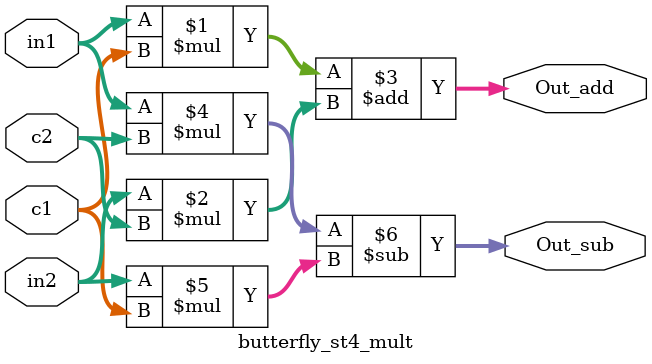
<source format=v>

module DCT_1D_row
    #(parameter C_bit = 7, parameter BW = 12)

    (X_k_out, x_n_in, clk, rstn);

    output [16*BW-1:0]X_k_out;
    input [128-1:0]x_n_in;  // unsigned input
    input clk, rstn;
    //(8.0)
    wire [8-1:0] x_0  = x_n_in[15*8 +: 8];
    wire [8-1:0] x_1  = x_n_in[14*8 +: 8];
    wire [8-1:0] x_2  = x_n_in[13*8 +: 8];
    wire [8-1:0] x_3  = x_n_in[12*8 +: 8];
    wire [8-1:0] x_4  = x_n_in[11*8 +: 8];
    wire [8-1:0] x_5  = x_n_in[10*8 +: 8];
    wire [8-1:0] x_6  = x_n_in[ 9*8 +: 8];
    wire [8-1:0] x_7  = x_n_in[ 8*8 +: 8];
    wire [8-1:0] x_8  = x_n_in[ 7*8 +: 8];
    wire [8-1:0] x_9  = x_n_in[ 6*8 +: 8];
    wire [8-1:0] x_10 = x_n_in[ 5*8 +: 8];
    wire [8-1:0] x_11 = x_n_in[ 4*8 +: 8];
    wire [8-1:0] x_12 = x_n_in[ 3*8 +: 8];
    wire [8-1:0] x_13 = x_n_in[ 2*8 +: 8];
    wire [8-1:0] x_14 = x_n_in[ 1*8 +: 8];
    wire [8-1:0] x_15 = x_n_in[ 0*8 +: 8];
    // (1.6)
    //wire [7-1:0] C_0  = 7'h10;
    wire [7-1:0] C_1  = 7'h17;
    wire [7-1:0] C_2  = 7'h16;
    wire [7-1:0] C_3  = 7'h16;
    wire [7-1:0] C_4  = 7'h15;
    wire [7-1:0] C_5  = 7'h14;
    wire [7-1:0] C_6  = 7'h13;
    wire [7-1:0] C_7  = 7'h11;
    wire [7-1:0] C_8  = 7'h10;
    wire [7-1:0] C_9  = 7'he; 
    wire [7-1:0] C_10 = 7'hd;
    wire [7-1:0] C_11 = 7'hb;
    wire [7-1:0] C_12 = 7'h9;
    wire [7-1:0] C_13 = 7'h7;
    wire [7-1:0] C_14 = 7'h4;
    wire [7-1:0] C_15 = 7'h2;
    // 실제로는 16개인데 어차피 C0 = C8이어서 그냥 15개로만 계산함.

    wire signed[9-1:0] X_0_15_a, X_0_15_s;
    wire signed[9-1:0] X_1_14_a, X_1_14_s;
    wire signed[9-1:0] X_2_13_a, X_2_13_s;
    wire signed[9-1:0] X_3_12_a, X_3_12_s;
    wire signed[9-1:0] X_4_11_a, X_4_11_s;
    wire signed[9-1:0] X_5_10_a, X_5_10_s;
    wire signed[9-1:0] X_6_9_a, X_6_9_s;
    wire signed[9-1:0] X_7_8_a, X_7_8_s;


    wire signed[19-1:0] X_4, X_12;
    wire signed[12-1:0] X_4_trunc, X_12_trunc;

    // Common stage (Even, Odd) (9.0)
    butterfly_st1 buf1( X_0_15_a, X_0_15_s, x_0, x_15);
    butterfly_st1 buf2( X_1_14_a, X_1_14_s, x_1, x_14);
    butterfly_st1 buf3( X_2_13_a, X_2_13_s, x_2, x_13);
    butterfly_st1 buf4( X_3_12_a, X_3_12_s, x_3, x_12);
    butterfly_st1 buf5( X_4_11_a, X_4_11_s, x_4, x_11);
    butterfly_st1 buf6( X_5_10_a, X_5_10_s, x_5, x_10);
    butterfly_st1 buf7( X_6_9_a,  X_6_9_s,  x_6, x_9);
    butterfly_st1 buf8( X_7_8_a,  X_7_8_s,  x_7, x_8);

    wire signed[10-1:0] X_0_7_8_15_a, X_1_6_9_14_a, X_2_5_10_13_a, X_3_4_11_12_a;
    wire signed[10-1:0] X_0_7_8_15_s, X_1_6_9_14_s, X_2_5_10_13_s, X_3_4_11_12_s;

    // Even stage (10.0)
    butterfly_st2 buf2_1 (X_0_7_8_15_a,  X_0_7_8_15_s,  X_0_15_a, X_7_8_a);
    butterfly_st2 buf2_2 (X_1_6_9_14_a,  X_1_6_9_14_s,  X_1_14_a, X_6_9_a);
    butterfly_st2 buf2_3 (X_2_5_10_13_a, X_2_5_10_13_s, X_2_13_a, X_5_10_a);
    butterfly_st2 buf2_4 (X_3_4_11_12_a, X_3_4_11_12_s, X_3_12_a, X_4_11_a);

    wire signed[11-1:0] X1, X2, X3, X4;
    // 11 bit outcome (11.0)
    butterfly_st3 buf3_1 (X2, X4, X_1_6_9_14_a, X_2_5_10_13_a);
    butterfly_st3 buf3_2 (X1, X3, X_0_7_8_15_a,  X_3_4_11_12_a);

    // Even의 Even의 Even
    ////////////////////****** X[0], X[8] ******////////////////////
    wire signed[12-1:0] Pre_X_0, Pre_X_8;
    wire signed[19-1:0] X_0;
    wire signed[19-1:0] X_8;
    wire signed[12-1:0] X_0_trunc; 
    wire signed[12-1:0] X_8_trunc;

    // 12bit outcome (12.0)
    butterfly_st4 buf4_1 (Pre_X_0, Pre_X_8, X1, X2);

    // 16bit outcome (16.4) 승화가 알려준 꿀팁. $unsigned()
    assign X_0 = $unsigned(Pre_X_0) <<4;
    //assign X_0 = X_0 <<< 1;
    // 19bit outcome
    assign X_8 = Pre_X_8 <<< 4;

    // 11bit (11.0)
    assign X_0_trunc = X_0[18-1:6];
    assign X_8_trunc = X_8[18-1:6];

    // Even의 Even의 Odd
    ////////////////////****** X[4], X[12] ******////////////////////
    // 19bit outcome (19.6)
    //butterfly_st4_mult buf4_2 (X_4, X_12, X3, X4, C_4, C_12);

    assign X_4 = (X3 << 4) + (X3 << 2) + X3 + (X4 << 3) + X4;
    assign X_12 = (X3 << 3) + (X3) - ((X4 << 4) + (X4 << 2) + X4);
    
    // 12bit (12.0) 앞에서 2비트, 뒤에서 6비트 자르기
    assign X_4_trunc = X_4[18-1:6];
    assign X_12_trunc = X_12[18-1:6];

    // Even의 Odd
    ////////////////////****** X[2], X[6], X[10], X[14] ******////////////////////
    // 18.6
    wire signed [18-1:0] Pre_X_10_1, Pre_X_6_1, Pre_X_10_2, Pre_X_6_2;
    //butterfly_st3_mult buf3_3 (Pre_X_10_1, Pre_X_6_1, X_0_7_8_15_s, X_3_4_11_12_s, C_10, C_6);
    //butterfly_st3_mult buf3_4 (Pre_X_6_2, Pre_X_10_2, X_1_6_9_14_s, X_2_5_10_13_s, C_14, C_2);

    // C10 = 0001101, C6 = 0010011
    // C10 * X_0_7_8_15_s + C6 * X_3_4_11_12_s
    // -C10 * X_3_4_11_12 + C6 * X_0_7_8_15_s
    assign Pre_X_10_1 = (X_0_7_8_15_s <<< 3) + (X_0_7_8_15_s <<< 2) + (X_0_7_8_15_s) + (X_3_4_11_12_s <<< 4) + (X_3_4_11_12_s <<< 1) + (X_3_4_11_12_s);
    assign Pre_X_6_1 = -((X_3_4_11_12_s <<< 3) + (X_3_4_11_12_s <<< 2) + (X_3_4_11_12_s)) + ((X_0_7_8_15_s <<< 4) + (X_0_7_8_15_s <<< 1) + (X_0_7_8_15_s));

    // C14 = 0000100, C2 = 0010110
    // C14 * X_1_6_9_14_s + C2 * X_2_5_10_13_s
    // -C14 * X_2_5_10_13_s + C2 * X_1_6_9_14_s
    assign Pre_X_6_2 = (X_1_6_9_14_s <<< 2)  + (X_2_5_10_13_s <<< 4) + (X_2_5_10_13_s <<< 2) + (X_2_5_10_13_s <<< 1);
    assign Pre_X_10_2 = -((X_2_5_10_13_s <<< 2)) + ((X_1_6_9_14_s <<< 4) + (X_1_6_9_14_s <<< 2) + (X_1_6_9_14_s <<< 1));
    
    // 19.6
    wire signed [19-1:0] X_10, X_6;
    // 19bit outcome
    assign X_10 = Pre_X_10_1 - Pre_X_10_2;
    assign X_6 = Pre_X_6_1 - Pre_X_6_2;

    // 12bit truncation
    wire signed [12-1:0] X_10_trunc, X_6_trunc;
    assign X_10_trunc = X_10[18-1:6];
    assign X_6_trunc = X_6[18-1:6];

    // X[2], X[6]
    wire signed [18-1:0] Pre_X_2_1, Pre_X_14_1, Pre_X_2_2, Pre_X_14_2;
    //butterfly_st3_mult buf3_5 (Pre_X_2_1, Pre_X_14_1, X_0_7_8_15_s, X_3_4_11_12_s, C_2, C_14);
    //butterfly_st3_mult buf3_6 (Pre_X_2_2, Pre_X_14_2, X_2_5_10_13_s, X_1_6_9_14_s, C_10, C_6);

    // C2 = 0010110, C14 = 0000100
    // C2 * X_0_7_8_15_s + C14 * X_3_4_11_12_s
    // -C2 * X_3_4_11_12_s + C14 * X_0_7_8_15_s
    assign Pre_X_2_1 = (X_0_7_8_15_s <<< 4) + (X_0_7_8_15_s <<< 2) + (X_0_7_8_15_s <<< 1) + (X_3_4_11_12_s <<< 2);
    assign Pre_X_14_1 = -((X_3_4_11_12_s <<< 4) + (X_3_4_11_12_s <<< 2) + (X_3_4_11_12_s <<< 1)) + ((X_0_7_8_15_s <<< 2));

    // C10 = 0001101, C6 = 0010011
    // C10 * X_2_5_10_13_s + C6 * X_1_6_9_14_s
    // -C10 * X_1_6_9_14_s + C6 * X_2_5_10_13_s
    assign Pre_X_2_2 = (X_2_5_10_13_s <<< 3) + (X_2_5_10_13_s <<< 2) + (X_2_5_10_13_s) + (X_1_6_9_14_s <<< 4) + (X_1_6_9_14_s <<< 1) + (X_1_6_9_14_s);
    assign Pre_X_14_2 = -((X_1_6_9_14_s <<< 3) + (X_1_6_9_14_s <<< 2) + (X_1_6_9_14_s)) + ((X_2_5_10_13_s <<< 4) + (X_2_5_10_13_s <<< 1) + (X_2_5_10_13_s));

    wire signed [19-1:0] X_2, X_14;
    // 19bit outcome
    assign X_2 = Pre_X_2_1 + Pre_X_2_2;
    assign X_14 = Pre_X_14_1 + Pre_X_14_2;

    // 12bit truncation
    wire signed [12-1:0] X_2_trunc, X_14_trunc;
    assign X_2_trunc = X_2[18-1:6];
    assign X_14_trunc = X_14[18-1:6];

    // Odd part
    ////////////////////****** X[1], X[15] ******////////////////////

    wire signed [20-1:0] Pre_X_1, Pre_X_15;
    wire signed [17-1:0] X1_1, X15_1, X1_2, X15_2, X1_3, X15_3, X1_4, X15_4;
    
    //butterfly_st2_mult buf_1_15_1 (X1_1, X15_1, X_0_15_s, X_7_8_s, C_1, C_15);
    //butterfly_st2_mult buf_1_15_2 (X1_2, X15_2, X_1_14_s, X_6_9_s, C_3, C_13);
    //butterfly_st2_mult buf_1_15_3 (X1_3, X15_3, X_2_13_s, X_5_10_s, C_5, C_11);
    //butterfly_st2_mult buf_1_15_4 (X1_4, X15_4, X_3_12_s, X_4_11_s, C_7, C_9);

    // C1 = 0010111, C15 = 0000010
    // C1 * X_0_15_s + C15 * X_7_8_s
    // -C1 * X_7_8_s + C15 * X_0_15_s
    assign X1_1 = (X_0_15_s <<< 4) + (X_0_15_s <<< 2) + (X_0_15_s <<< 1) + X_0_15_s + (X_7_8_s <<< 1);
    assign X15_1 = -((X_7_8_s <<< 4) + (X_7_8_s <<< 2) + (X_7_8_s <<< 1) + X_7_8_s) + ((X_0_15_s <<< 1));

    // C3 = 0010110, C13 = 0000111
    // C3 * X_1_14_s + C13 * X_6_9_s
    // -C3 * X_6_9_s + C13 * X_1_14_s
    assign X1_2 = ((X_1_14_s <<< 4)+(X_1_14_s <<< 2)+(X_1_14_s <<< 1))  + (X_6_9_s <<< 2) + (X_6_9_s <<< 1) + (X_6_9_s);
    assign X15_2 = -((X_6_9_s <<< 4) + (X_6_9_s <<< 2) + (X_6_9_s <<< 1)) + ((X_1_14_s <<< 2)+(X_1_14_s <<< 1)+(X_1_14_s));

    // C5 = 0010100, C11 = 0001011
    // C5 * X_2_13_s + C11 * X_5_10_s
    // -C5 * X_5_10_s + C11 * X_2_13_s
    assign X1_3 = (X_2_13_s <<< 4) + (X_2_13_s <<< 2) + (X_5_10_s <<< 3) + (X_5_10_s <<< 1) + (X_5_10_s);
    assign X15_3 = -((X_5_10_s <<< 4) + (X_5_10_s <<< 2)) + ((X_2_13_s <<< 3) + (X_2_13_s <<< 1) + (X_2_13_s));

    // C7 = 0010001, C9 = 0001110
    // C7 * X_3_12_s + C9 * X_4_11_s
    // -C7 * X_4_11_s + C9 * X_3_12_s
    assign X1_4 = (X_3_12_s <<< 4) + (X_3_12_s) + (X_4_11_s <<< 3) + (X_4_11_s <<< 2) + (X_4_11_s <<< 1);
    assign X15_4 = -((X_4_11_s <<< 4) + (X_4_11_s)) + ((X_3_12_s <<< 3) + (X_3_12_s <<< 2) + (X_3_12_s <<< 1));

    assign Pre_X_1 = $signed(X1_1 + X1_2 + X1_3 + X1_4);
    assign Pre_X_15 = X15_1 - X15_2 + X15_3 - X15_4;

    // 12bit truncation
    wire signed [12-1:0] X_1_trunc, X_15_trunc;
    assign X_1_trunc = Pre_X_1[18-1:6];
    assign X_15_trunc = Pre_X_15[18-1:6];


    ////////////////////****** X[3], X[13] ******////////////////////

    wire signed [20-1:0] Pre_X_3, Pre_X_13;
    wire signed [17-1:0] X3_1, X13_1, X3_2, X13_2, X3_3, X13_3, X3_4, X13_4;

    //butterfly_st2_mult buf_3_13_1 (X3_1, X13_1, X_0_15_s, -X_7_8_s, C_3, C_13);
    //butterfly_st2_mult buf_3_13_2 (X3_2, X13_2, X_1_14_s, -X_6_9_s, C_9, C_7);
    //butterfly_st2_mult buf_3_13_3 (X3_3, X13_3, X_2_13_s, -X_5_10_s, C_15, C_1);
    //butterfly_st2_mult buf_3_13_4 (X3_4, X13_4, X_3_12_s, X_4_11_s, C_11, C_5);

    // C3 = 0010110, C13 = 0000111
    // C3 * X_0_15_s  C13 * X_7_8_s
    // -C3 * X_7_8_s + C13 * X_0_15_s
    //assign X_7_8_s = -X_7_8_s;
    assign X3_1 = (X_0_15_s <<< 4) + (X_0_15_s <<< 2) + (X_0_15_s <<< 1) -((X_7_8_s <<< 2) + (X_7_8_s <<< 1) + (X_7_8_s));
    assign X13_1 = ((X_7_8_s <<< 4) + (X_7_8_s <<< 2) + (X_7_8_s <<< 1)) + ((X_0_15_s <<< 2) + (X_0_15_s <<< 1) + (X_0_15_s));

    // C9 = 0001110, C7 = 0010001
    // C9 * X_1_14_s + C7 * X_6_9_s
    // -C9 * X_6_9_s + C7 * X_1_14_s
    //assign X_6_9_s = -X_6_9_s;
    assign X3_2 = (X_1_14_s <<< 3) + (X_1_14_s <<< 2) + (X_1_14_s <<< 1) - ((X_6_9_s <<< 4) + (X_6_9_s));
    assign X13_2 = ((X_6_9_s <<< 3) + (X_6_9_s <<< 2) + (X_6_9_s <<< 1)) + ((X_1_14_s <<< 4) + (X_1_14_s));

    // C15 = 0000010, C1 = 0010111
    // C15 * X_2_13_s + C1 * X_5_10_s
    // -C15 * X_5_10_s + C1 * X_2_13_s
    //assign X_5_10_s = -X_5_10_s;
    assign X3_3 = (X_2_13_s <<< 1) - ((X_5_10_s <<< 4) + (X_5_10_s <<< 2) + (X_5_10_s <<< 1) + X_5_10_s);
    assign X13_3 = ((X_5_10_s <<< 1)) + ((X_2_13_s <<< 4) + (X_2_13_s <<< 2) + (X_2_13_s <<< 1) + (X_2_13_s));

    // C11 = 0001011, C5 = 0010100
    // C11 * X_3_12_s + C5 * X_4_11_s
    // -C11 * X_4_11_s + C5 * X_3_12_s
    assign X3_4 = ((X_3_12_s <<< 3) + (X_3_12_s <<< 1) + (X_3_12_s)) + (X_4_11_s <<< 4) + (X_4_11_s <<< 2);
    assign X13_4 = -((X_4_11_s <<< 3) + (X_4_11_s <<< 1) + (X_4_11_s)) + ((X_3_12_s <<< 4) + (X_3_12_s <<< 2));

    assign Pre_X_3 = X3_1 + X3_2 + X3_3 - X3_4;
    assign Pre_X_13 = X13_1 - X13_2 + X13_3 - X13_4;

    // 12bit truncation
    wire signed [12-1:0] X_3_trunc, X_13_trunc;
    assign X_3_trunc = Pre_X_3[18-1:6];
    assign X_13_trunc = Pre_X_13[18-1:6];

    ////////////////////****** X[5], X[11] ******////////////////////

    wire signed [20-1:0] Pre_X_5, Pre_X_11;
    wire signed [17-1:0] X5_1, X11_1, X5_2, X11_2, X5_3, X11_3, X5_4, X11_4;
    
    //butterfly_st2_mult buf_5_11_1 (X5_1, X11_1, X_0_15_s, X_7_8_s, C_5, C_11);
    //butterfly_st2_mult buf_5_11_2 (X5_2, X11_2, X_1_14_s, X_6_9_s, C_15, C_1);
    //butterfly_st2_mult buf_5_11_3 (X5_3, X11_3, X_2_13_s, -X_5_10_s, C_7, C_9);
    //butterfly_st2_mult buf_5_11_4 (X5_4, X11_4, X_3_12_s, X_4_11_s, C_3, C_13);

    // C5 = 0010100, C11 = 0001011
    // C5 * X_0_15_s + C11 * X_7_8_s
    // -C5 * X_7_8_s + C11 * X_0_15_s
    assign X5_1 = (X_0_15_s <<< 4) + (X_0_15_s <<< 2) + (X_7_8_s <<< 3) + (X_7_8_s <<< 1) + (X_7_8_s);
    assign X11_1 = -((X_7_8_s <<< 4) + (X_7_8_s <<< 2)) + ((X_0_15_s <<< 3) + (X_0_15_s <<< 1) + (X_0_15_s));

    // C15 = 0000010, C1 = 0010111
    // C15 * X_1_14_s + C1 * X_6_9_s
    // -C15 * X_6_9_s + C1 * X_1_14_s
    assign X5_2 = (X_1_14_s <<< 1) + ((X_6_9_s <<< 4) + (X_6_9_s <<< 2) + (X_6_9_s <<< 1) + X_6_9_s);
    assign X11_2 = -((X_6_9_s <<< 1)) + ((X_1_14_s <<< 4) + (X_1_14_s <<< 2) + (X_1_14_s <<< 1) + (X_1_14_s));

    // C7 = 0010001, C9 = 0001110
    // C7 * X_2_13_s + C9 * X_5_10_s
    // -C7 * X_5_10_s + C9 * X_2_13_s
    assign X5_3 = (X_2_13_s <<< 4) + (X_2_13_s) - ((X_5_10_s <<< 3) + (X_5_10_s <<< 2) + (X_5_10_s <<< 1));
    assign X11_3 = ((X_5_10_s <<< 4) + (X_5_10_s)) + ((X_2_13_s <<< 3) + (X_2_13_s <<< 2) + (X_2_13_s <<< 1));

    // C3 = 0010110, C13 = 0000111
    // C3 * X_3_12_s + C13 * X_4_11_s
    // -C3 * X_4_11_s + C13 * X_3_12_s
    assign X5_4 = (X_3_12_s <<< 4) + (X_3_12_s <<< 2) + (X_3_12_s <<< 1) + (X_4_11_s <<< 2) + (X_4_11_s <<< 1) + X_4_11_s;
    assign X11_4 = -((X_4_11_s <<< 4) + (X_4_11_s <<< 2) + (X_4_11_s <<< 1)) + ((X_3_12_s <<< 2) + (X_3_12_s <<< 1) + X_3_12_s);

    assign Pre_X_5 = X5_1 + X5_2 - X5_3 - X5_4;
    assign Pre_X_11 = X11_1 - X11_2 + X11_3 + X11_4;

    // 12bit truncation
    wire signed [12-1:0] X_5_trunc, X_11_trunc;
    assign X_5_trunc = Pre_X_5[18-1:6];
    assign X_11_trunc = Pre_X_11[18-1:6];

    ////////////////////****** X[7], X[9] ******////////////////////

    wire signed [20-1:0] Pre_X_7, Pre_X_9;
    wire signed [17-1:0] X7_1, X9_1, X7_2, X9_2, X7_3, X9_3, X7_4, X9_4;

    //butterfly_st2_mult buf_7_9_1 (X7_1, X9_1, X_0_15_s, -X_7_8_s, C_7, C_9);
    //butterfly_st2_mult buf_7_9_2 (X7_2, X9_2, X_1_14_s, X_6_9_s, C_11, C_5);
    //butterfly_st2_mult buf_7_9_3 (X7_3, X9_3, X_2_13_s, -X_5_10_s, C_3, C_13);
    //butterfly_st2_mult buf_7_9_4 (X7_4, X9_4, X_3_12_s, X_4_11_s, C_15, C_1);

    // C7 = 0010001, C9 = 0001110
    // C7 * X_0_15_s + C9 * X_7_8_s
    // -C7 * X_7_8_s + C9 * X_0_15_s
    //assign X_7_8_s = -X_7_8_s;
    assign X7_1 = (X_0_15_s <<< 4) + (X_0_15_s) - ((X_7_8_s <<< 3) + (X_7_8_s <<< 2) + (X_7_8_s <<< 1));
    assign X9_1 = ((X_7_8_s <<< 4) + (X_7_8_s)) + ((X_0_15_s <<< 3) + (X_0_15_s <<< 2) + (X_0_15_s <<< 1));

    // C11 = 0001011, C5 = 0010100
    // C11 * X_1_14_s + C5 * X_6_9_s
    // -C11 * X_6_9_s + C5 * X_1_14_s
    assign X7_2 = (X_1_14_s <<< 3) + (X_1_14_s <<< 1) + (X_1_14_s) + (X_6_9_s <<< 4) + (X_6_9_s <<< 2);
    assign X9_2 = -((X_6_9_s <<< 3) + (X_6_9_s <<< 1) + (X_6_9_s)) + ((X_1_14_s <<< 4) + (X_1_14_s <<< 2));

    // C3 = 0010110, C13 = 0000111
    // C3 * X_2_13_s + C13 * X_5_10_s
    // -C3 * X_5_10_s + C13 * X_2_13_s
    //assign X_5_10_s = -X_5_10_s;
    assign X7_3 = (X_2_13_s <<< 4) + (X_2_13_s <<< 2) + (X_2_13_s <<< 1) - ((X_5_10_s <<< 2) + (X_5_10_s <<< 1) + X_5_10_s);
    assign X9_3 = ((X_5_10_s <<< 4) + (X_5_10_s <<< 2) + (X_5_10_s <<< 1)) + ((X_2_13_s <<< 2) + (X_2_13_s <<< 1) + X_2_13_s);

    // C15 = 0000010, C1 = 0010111
    // C15 * X_3_12_s + C1 * X_4_11_s
    // -C15 * X_4_11_s + C1 * X_3_12_s
    assign X7_4 = (X_3_12_s <<< 1) + ((X_4_11_s <<< 4) + (X_4_11_s <<< 2) + (X_4_11_s <<< 1) + X_4_11_s);
    assign X9_4 = -((X_4_11_s <<< 1)) + ((X_3_12_s <<< 4) + (X_3_12_s <<< 2) + (X_3_12_s <<< 1) + (X_3_12_s));

    assign Pre_X_7 = X7_1 - X7_2 - X7_3 + X7_4;
    assign Pre_X_9 = X9_1 - X9_2 - X9_3 + X9_4;

    // 12bit truncation
    wire signed [12-1:0] X_7_trunc, X_9_trunc;
    assign X_7_trunc = Pre_X_7[18-1:6];
    assign X_9_trunc = Pre_X_9[18-1:6];

    assign X_k_out = {X_0_trunc, X_1_trunc, X_2_trunc, X_3_trunc, X_4_trunc, X_5_trunc, X_6_trunc, X_7_trunc, X_8_trunc, X_9_trunc, X_10_trunc, X_11_trunc, X_12_trunc, X_13_trunc, X_14_trunc, X_15_trunc};


endmodule

module butterfly_st1(Out_add, Out_sub, in1, in2);
    output signed[9-1:0] Out_add;
    output signed[9-1:0] Out_sub;
    input [8-1:0] in1;
    input [8-1:0] in2;

    assign Out_add = $unsigned(in1) + $unsigned(in2);
    assign Out_sub = $unsigned(in1) - $unsigned(in2);

endmodule

// 여전히 여기 output도 unsigned로 계산해야함.
module butterfly_st2(Out_add, Out_sub, in1, in2);
    output signed[10-1:0] Out_add;
    output signed[10-1:0] Out_sub;
    input signed[9-1:0] in1;
    input signed[9-1:0] in2;

    assign Out_add = $unsigned(in1) + $unsigned(in2);
    assign Out_sub = $unsigned(in1) - $unsigned(in2);

endmodule

module butterfly_st2_mult(Out_add, Out_sub, in1, in2, c1, c2);
    output signed[17-1:0] Out_add;
    output signed[17-1:0] Out_sub;
    input signed[7-1:0] c1, c2;
    input signed[9-1:0] in1;
    input signed[9-1:0] in2;

    assign Out_add = in1 * c1 + in2 * c2;
    assign Out_sub = in1 * c2 - in2 * c1;

endmodule

module butterfly_st3(Out_add, Out_sub, in1, in2);
    output signed[11-1:0] Out_add;
    output signed[11-1:0] Out_sub;
    input signed[10-1:0] in1;
    input signed[10-1:0] in2;

    assign Out_add = $unsigned(in1) + $unsigned(in2);
    assign Out_sub = $unsigned(in1) - $unsigned(in2);

endmodule
// Even의 Odd X[2], X[6], X[10], X[14]를 위한 butterfly 모듈
module butterfly_st3_mult (Out_add, Out_sub, in1, in2, c1, c2);
    output signed[18-1:0] Out_add;
    output signed[18-1:0] Out_sub;
    input signed[7-1:0] c1, c2;
    input signed[10-1:0] in1;
    input signed[10-1:0] in2;

    assign Out_add = in1 * c1 + in2 * c2;
    assign Out_sub = in1 * c2 - in2 * c1;

endmodule

module butterfly_st4(Out_add, Out_sub, in1, in2);
    output signed[12-1:0] Out_add;
    output signed[12-1:0] Out_sub;
    input signed[11-1:0] in1, in2;

    assign Out_add = $unsigned(in1) + $unsigned(in2);
    assign Out_sub = $unsigned(in1) - $unsigned(in2);

endmodule

// even X[4], X[12]를 위한 butterfly 모듈
module butterfly_st4_mult(Out_add, Out_sub, in1, in2, c1, c2);
    output signed[19-1:0] Out_add;
    output signed[19-1:0] Out_sub;
    input signed[7-1:0] c1, c2;
    input signed[11-1:0] in1, in2;

    assign Out_add = in1 * c1 + in2 * c2;
    assign Out_sub = in1 * c2 - in2 * c1;

endmodule
</source>
